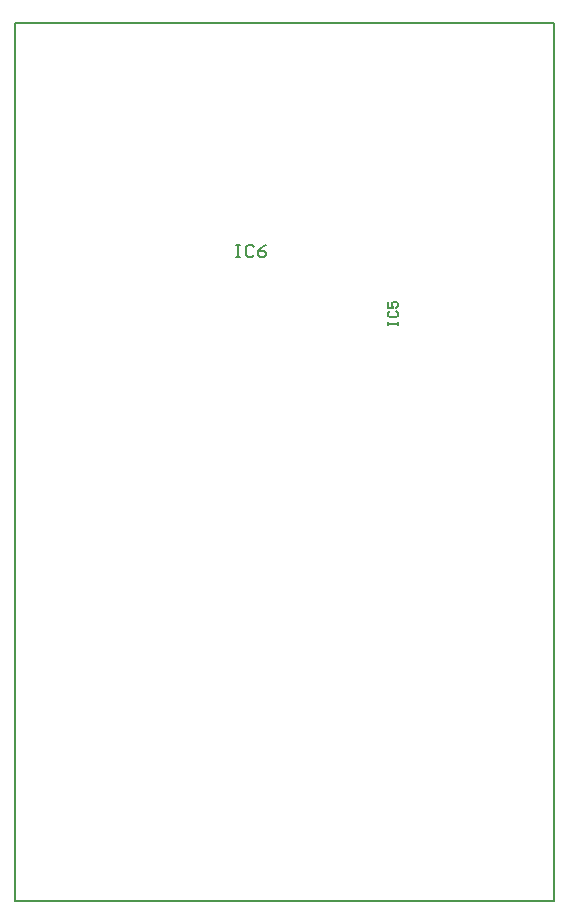
<source format=gm1>
G04*
G04 #@! TF.GenerationSoftware,Altium Limited,Altium Designer,20.2.3 (150)*
G04*
G04 Layer_Color=16711935*
%FSLAX25Y25*%
%MOIN*%
G70*
G04*
G04 #@! TF.SameCoordinates,B26AD540-6E08-4B25-974C-445F4708D01E*
G04*
G04*
G04 #@! TF.FilePolarity,Positive*
G04*
G01*
G75*
%ADD10C,0.00787*%
%ADD13C,0.01000*%
%ADD42C,0.00591*%
%ADD43C,0.00700*%
D10*
X478976Y393504D02*
X478976Y101024D01*
X478976Y393504D02*
X658504D01*
Y100984D02*
Y393504D01*
X479016Y100984D02*
X658504D01*
D13*
X478976Y101024D02*
X478976Y101024D01*
D42*
X603434Y292799D02*
Y293849D01*
Y293324D01*
X606583D01*
Y292799D01*
Y293849D01*
X603959Y297522D02*
X603434Y296997D01*
Y295948D01*
X603959Y295423D01*
X606058D01*
X606583Y295948D01*
Y296997D01*
X606058Y297522D01*
X603434Y300671D02*
Y298572D01*
X605008D01*
X604484Y299621D01*
Y300146D01*
X605008Y300671D01*
X606058D01*
X606583Y300146D01*
Y299096D01*
X606058Y298572D01*
D43*
X552500Y319499D02*
X553833D01*
X553166D01*
Y315500D01*
X552500D01*
X553833D01*
X558498Y318832D02*
X557832Y319499D01*
X556499D01*
X555832Y318832D01*
Y316166D01*
X556499Y315500D01*
X557832D01*
X558498Y316166D01*
X562497Y319499D02*
X561164Y318832D01*
X559831Y317499D01*
Y316166D01*
X560497Y315500D01*
X561830D01*
X562497Y316166D01*
Y316833D01*
X561830Y317499D01*
X559831D01*
M02*

</source>
